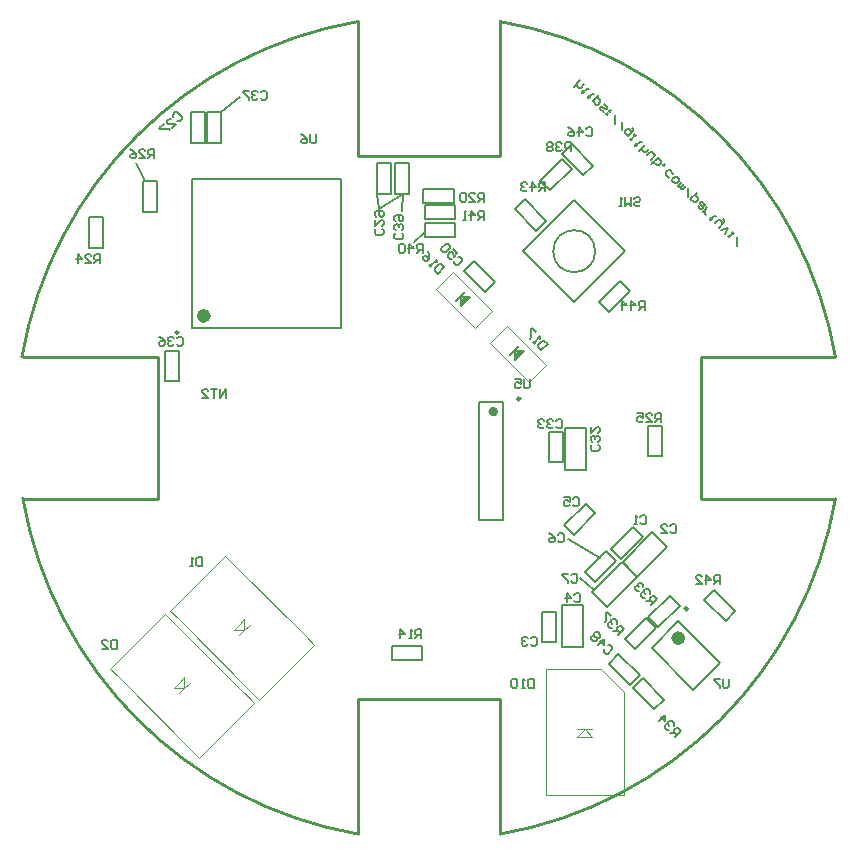
<source format=gbo>
G04 Layer_Color=32896*
%FSAX25Y25*%
%MOIN*%
G70*
G01*
G75*
%ADD41C,0.01000*%
%ADD49C,0.00400*%
%ADD71C,0.02362*%
%ADD72C,0.00984*%
%ADD74C,0.00500*%
%ADD76C,0.00787*%
%ADD78C,0.00600*%
%ADD124C,0.01575*%
G54D41*
X1844094Y0452756D02*
G03*
X1732284Y0564567I-0135433J-0023622D01*
G01*
X1685039D02*
G03*
X1572912Y0452811I0023228J-0135433D01*
G01*
X1573228Y0405512D02*
G03*
X1685039Y0293701I0135433J0023622D01*
G01*
X1732284D02*
G03*
X1844094Y0405512I-0023622J0135433D01*
G01*
X1732284Y0519685D02*
Y0564567D01*
X1685039Y0519685D02*
X1732284D01*
X1685039D02*
Y0564567D01*
Y0293701D02*
Y0338583D01*
X1732284D01*
Y0293701D02*
Y0338583D01*
X1799213Y0405512D02*
X1844094D01*
X1799213D02*
Y0452756D01*
X1844094D01*
X1573228Y0452756D02*
X1618110D01*
Y0405512D02*
Y0452756D01*
X1573228Y0405512D02*
X1618110D01*
G54D49*
X1747508Y0348626D02*
X1765874D01*
X1773492Y0341008D01*
Y0307303D02*
Y0341008D01*
Y0306626D02*
Y0311126D01*
X1747508Y0306626D02*
X1773492D01*
X1747508D02*
Y0347559D01*
Y0344126D02*
Y0348626D01*
X1758000Y0326126D02*
X1760500Y0326126D01*
X1758000Y0326126D02*
X1760500Y0328626D01*
X1758000D02*
X1760500D01*
Y0326126D02*
X1763000Y0326126D01*
X1760500Y0328626D02*
X1763000Y0326126D01*
X1760500Y0328626D02*
X1763000D01*
X1602334Y0348781D02*
X1605516Y0345599D01*
X1602334Y0348781D02*
X1620708Y0367154D01*
X1649652Y0338210D01*
X1602813Y0348302D02*
X1632032Y0319082D01*
X1650406Y0337456D01*
X1647224Y0340638D02*
X1650406Y0337456D01*
X1625309Y0344179D02*
X1627077Y0345947D01*
Y0342411D02*
Y0345947D01*
Y0342411D02*
X1628845Y0344179D01*
X1623541Y0342411D02*
X1625309Y0344179D01*
X1623541Y0342411D02*
X1627077D01*
X1625309Y0340643D02*
X1627077Y0342411D01*
X1716585Y0481071D02*
X1729738Y0467919D01*
X1724081Y0462262D02*
X1729738Y0467919D01*
X1710929Y0475415D02*
X1724081Y0462262D01*
X1710929Y0475415D02*
X1716585Y0481071D01*
X1734585Y0463071D02*
X1747738Y0449919D01*
X1742081Y0444262D02*
X1747738Y0449919D01*
X1728929Y0457415D02*
X1742081Y0444262D01*
X1728929Y0457415D02*
X1734585Y0463071D01*
X1622343Y0368141D02*
X1625525Y0364960D01*
X1622343Y0368141D02*
X1640717Y0386515D01*
X1669661Y0357571D01*
X1622822Y0367663D02*
X1652042Y0338443D01*
X1670415Y0356817D01*
X1667233Y0359999D02*
X1670415Y0356817D01*
X1645319Y0363540D02*
X1647086Y0365307D01*
Y0361772D02*
Y0365307D01*
Y0361772D02*
X1648854Y0363540D01*
X1643551Y0361772D02*
X1645319Y0363540D01*
X1643551Y0361772D02*
X1647086D01*
X1645319Y0360004D02*
X1647086Y0361772D01*
G54D71*
X1792887Y0359060D02*
G03*
X1792887Y0359060I-0001181J0000000D01*
G01*
X1634708Y0466427D02*
G03*
X1634708Y0466427I-0001181J0000000D01*
G01*
G54D72*
X1794829Y0368817D02*
G03*
X1794829Y0368817I-0000492J0000000D01*
G01*
X1625063Y0460915D02*
G03*
X1625063Y0460915I-0000492J0000000D01*
G01*
X1738996Y0438846D02*
G03*
X1738996Y0438846I-0000492J0000000D01*
G01*
G54D74*
X1781700Y0419700D02*
X1786300D01*
X1781700Y0429800D02*
X1786300D01*
X1781700Y0419700D02*
Y0429800D01*
X1786300Y0419700D02*
Y0429800D01*
X1748700Y0417700D02*
Y0427800D01*
X1753300D02*
X1753300Y0417700D01*
X1748700D02*
X1753300D01*
X1748700Y0427800D02*
X1753300D01*
X1754000Y0415000D02*
X1761000Y0415000D01*
X1754000Y0429000D02*
X1761000Y0429000D01*
X1754000Y0415000D02*
Y0429000D01*
X1761000Y0415000D02*
Y0429000D01*
X1753685Y0396702D02*
X1760827Y0403843D01*
X1756938Y0393449D02*
X1764079Y0400591D01*
X1753685Y0396702D02*
X1756938Y0393449D01*
X1760827Y0403843D02*
X1764079Y0400591D01*
X1755000Y0392000D02*
X1765500Y0385879D01*
X1769385Y0388779D02*
X1776527Y0395921D01*
X1772638Y0385527D02*
X1779780Y0392669D01*
X1769385Y0388779D02*
X1772638Y0385527D01*
X1776527Y0395921D02*
X1779780Y0392669D01*
X1760575Y0380953D02*
X1767716Y0388095D01*
X1763827Y0377701D02*
X1770969Y0384842D01*
X1760575Y0380953D02*
X1763827Y0377701D01*
X1767716Y0388095D02*
X1770969Y0384842D01*
X1753000Y0356000D02*
X1760000Y0356000D01*
X1753000Y0370000D02*
X1760000D01*
X1753000Y0356000D02*
X1753000Y0370000D01*
X1760000Y0356000D02*
X1760000Y0370000D01*
X1759000Y0379000D02*
X1763751Y0375000D01*
X1763092Y0374341D02*
X1768042Y0369391D01*
X1772991Y0384240D02*
X1777941Y0379291D01*
X1763092Y0374341D02*
X1772991Y0384240D01*
X1768042Y0369391D02*
X1777941Y0379291D01*
X1773134Y0384383D02*
X1778084Y0379433D01*
X1783033Y0394282D02*
X1787983Y0389333D01*
X1773134Y0384383D02*
X1783033Y0394282D01*
X1778084Y0379433D02*
X1787983Y0389333D01*
X1807500Y0364747D02*
X1810753Y0368000D01*
X1800358Y0371889D02*
X1803611Y0375142D01*
X1800358Y0371889D02*
X1807500Y0364747D01*
X1803611Y0375142D02*
X1810753Y0368000D01*
X1781747Y0366000D02*
X1785000Y0362747D01*
X1788889Y0373142D02*
X1792142Y0369889D01*
X1781747Y0366000D02*
X1788889Y0373142D01*
X1785000Y0362747D02*
X1792142Y0369889D01*
X1781000Y0365753D02*
X1784253Y0362500D01*
X1773858Y0358611D02*
X1777111Y0355358D01*
X1784253Y0362500D01*
X1773858Y0358611D02*
X1781000Y0365753D01*
X1783747Y0335287D02*
X1787000Y0338540D01*
X1776605Y0342429D02*
X1779858Y0345682D01*
X1776605Y0342429D02*
X1783747Y0335287D01*
X1779858Y0345682D02*
X1787000Y0338540D01*
X1771726Y0353813D02*
X1778868Y0346672D01*
X1768473Y0350561D02*
X1775615Y0343419D01*
X1768473Y0350561D02*
X1771726Y0353813D01*
X1775615Y0343419D02*
X1778868Y0346672D01*
X1746200Y0357700D02*
Y0367800D01*
X1750800Y0357700D02*
Y0367800D01*
X1746200Y0357700D02*
X1750800D01*
X1746200Y0367800D02*
X1750800D01*
X1625300Y0444700D02*
Y0454800D01*
X1620700Y0444700D02*
Y0454800D01*
X1625300D01*
X1620700Y0444700D02*
X1625300D01*
X1595200Y0499300D02*
X1599800D01*
X1595200Y0489200D02*
X1599800D01*
X1599800Y0499300D02*
X1599800Y0489200D01*
X1595200D02*
X1595200Y0499300D01*
X1611000Y0517500D02*
X1614000Y0511500D01*
X1613200Y0501200D02*
X1617800D01*
X1613200Y0511300D02*
X1617800D01*
X1613200Y0501200D02*
Y0511300D01*
X1617800Y0501200D02*
Y0511300D01*
X1639300Y0534300D02*
X1645500Y0539500D01*
X1634700Y0524200D02*
Y0534300D01*
X1639300Y0524200D02*
Y0534300D01*
X1634700Y0524200D02*
X1639300D01*
X1634700Y0534300D02*
X1639300D01*
X1633800Y0524200D02*
Y0534300D01*
X1629200Y0524200D02*
Y0534300D01*
X1633800D01*
X1629200Y0524200D02*
X1633800D01*
X1703500Y0491000D02*
X1707000Y0494000D01*
X1699500Y0501500D02*
X1700000Y0507200D01*
X1692000Y0502000D02*
X1700000Y0507200D01*
X1691200D02*
X1692000Y0502000D01*
X1697200Y0517300D02*
X1697200Y0507200D01*
X1701800D02*
Y0517300D01*
X1697200Y0507200D02*
X1701800D01*
X1697200Y0517300D02*
X1701800Y0517300D01*
X1695800Y0507200D02*
Y0517300D01*
X1691200Y0507200D02*
Y0517300D01*
X1695800D01*
X1691200Y0507200D02*
X1695800D01*
X1706700Y0504200D02*
Y0508800D01*
X1716800Y0504200D02*
Y0508800D01*
X1706700D02*
X1716800D01*
X1706700Y0504200D02*
X1716800D01*
X1717300Y0498700D02*
Y0503300D01*
X1707200Y0498700D02*
Y0503300D01*
Y0498700D02*
X1717300D01*
X1707200Y0503300D02*
X1717300D01*
Y0492700D02*
Y0497300D01*
X1707200Y0492700D02*
Y0497300D01*
Y0492700D02*
X1717300D01*
X1707200Y0497300D02*
X1717300D01*
X1720247Y0481500D02*
X1727389Y0474358D01*
X1723500Y0484753D02*
X1730642Y0477611D01*
X1727389Y0474358D02*
X1730642Y0477611D01*
X1720247Y0481500D02*
X1723500Y0484753D01*
X1772389Y0478142D02*
X1775642Y0474889D01*
X1765247Y0471000D02*
X1768500Y0467747D01*
X1775642Y0474889D01*
X1765247Y0471000D02*
X1772389Y0478142D01*
X1752858Y0520389D02*
X1760000Y0513247D01*
X1756111Y0523642D02*
X1763253Y0516500D01*
X1760000Y0513247D02*
X1763253Y0516500D01*
X1752858Y0520389D02*
X1756111Y0523642D01*
X1744389Y0494858D02*
X1747642Y0498111D01*
X1737247Y0502000D02*
X1740500Y0505253D01*
X1737247Y0502000D02*
X1744389Y0494858D01*
X1740500Y0505253D02*
X1747642Y0498111D01*
X1745747Y0511500D02*
X1749000Y0508247D01*
X1752889Y0518642D02*
X1756142Y0515389D01*
X1745747Y0511500D02*
X1752889Y0518642D01*
X1749000Y0508247D02*
X1756142Y0515389D01*
X1696255Y0351700D02*
Y0356300D01*
X1706355Y0351700D02*
Y0356300D01*
X1696255Y0356300D02*
X1706355Y0356300D01*
X1696255Y0351700D02*
X1706355D01*
X1789001Y0396499D02*
X1789500Y0396999D01*
X1790500D01*
X1791000Y0396499D01*
Y0394500D01*
X1790500Y0394000D01*
X1789500D01*
X1789001Y0394500D01*
X1786002Y0394000D02*
X1788001D01*
X1786002Y0395999D01*
Y0396499D01*
X1786502Y0396999D01*
X1787501D01*
X1788001Y0396499D01*
X1757001Y0373499D02*
X1757500Y0373999D01*
X1758500D01*
X1759000Y0373499D01*
Y0371500D01*
X1758500Y0371000D01*
X1757500D01*
X1757001Y0371500D01*
X1754502Y0371000D02*
Y0373999D01*
X1756001Y0372499D01*
X1754002D01*
X1756001Y0379999D02*
X1756500Y0380499D01*
X1757500D01*
X1758000Y0379999D01*
Y0378000D01*
X1757500Y0377500D01*
X1756500D01*
X1756001Y0378000D01*
X1755001Y0380499D02*
X1753002D01*
Y0379999D01*
X1755001Y0378000D01*
Y0377500D01*
X1623319Y0532853D02*
X1623319Y0533560D01*
X1624026Y0534267D01*
X1624733D01*
X1626147Y0532853D01*
Y0532147D01*
X1625440Y0531440D01*
X1624733Y0531440D01*
X1622966Y0528966D02*
X1624379Y0530379D01*
X1621552D01*
X1621198Y0530733D01*
X1621198Y0531440D01*
X1621905Y0532147D01*
X1622612D01*
X1620138Y0530379D02*
X1618724Y0528966D01*
X1619078Y0528612D01*
X1621905D01*
X1622259Y0528259D01*
X1692999Y0495499D02*
X1693499Y0495000D01*
Y0494000D01*
X1692999Y0493500D01*
X1691000D01*
X1690500Y0494000D01*
Y0495000D01*
X1691000Y0495499D01*
X1690500Y0498498D02*
Y0496499D01*
X1692499Y0498498D01*
X1692999D01*
X1693499Y0497999D01*
Y0496999D01*
X1692999Y0496499D01*
X1691000Y0499498D02*
X1690500Y0499998D01*
Y0500998D01*
X1691000Y0501497D01*
X1692999D01*
X1693499Y0500998D01*
Y0499998D01*
X1692999Y0499498D01*
X1692499D01*
X1691999Y0499998D01*
Y0501497D01*
X1764999Y0423499D02*
X1765499Y0422999D01*
Y0422000D01*
X1764999Y0421500D01*
X1763000D01*
X1762500Y0422000D01*
Y0422999D01*
X1763000Y0423499D01*
X1764999Y0424499D02*
X1765499Y0424999D01*
Y0425998D01*
X1764999Y0426498D01*
X1764499D01*
X1764000Y0425998D01*
Y0425499D01*
Y0425998D01*
X1763500Y0426498D01*
X1763000D01*
X1762500Y0425998D01*
Y0424999D01*
X1763000Y0424499D01*
X1762500Y0429497D02*
Y0427498D01*
X1764499Y0429497D01*
X1764999D01*
X1765499Y0428998D01*
Y0427998D01*
X1764999Y0427498D01*
X1768353Y0356681D02*
X1769060Y0356681D01*
X1769767Y0355974D01*
Y0355267D01*
X1768353Y0353853D01*
X1767647D01*
X1766940Y0354560D01*
X1766940Y0355267D01*
X1764819Y0356681D02*
X1766940Y0358802D01*
X1766940Y0356681D01*
X1765526Y0358095D01*
Y0359508D02*
Y0360215D01*
X1764819Y0360922D01*
X1764112D01*
X1763759Y0360569D01*
Y0359862D01*
X1763052Y0359862D01*
X1762698Y0359508D01*
X1762698Y0358802D01*
X1763405Y0358095D01*
X1764112D01*
X1764466Y0358448D01*
Y0359155D01*
X1765173Y0359155D01*
X1765526Y0359508D01*
X1764466Y0359155D02*
X1763759Y0359862D01*
X1633000Y0385999D02*
Y0383000D01*
X1631500D01*
X1631001Y0383500D01*
Y0385499D01*
X1631500Y0385999D01*
X1633000D01*
X1630001Y0383000D02*
X1629001D01*
X1629501D01*
Y0385999D01*
X1630001Y0385499D01*
X1604500Y0358499D02*
Y0355500D01*
X1603000D01*
X1602501Y0356000D01*
Y0357999D01*
X1603000Y0358499D01*
X1604500D01*
X1599502Y0355500D02*
X1601501D01*
X1599502Y0357499D01*
Y0357999D01*
X1600001Y0358499D01*
X1601001D01*
X1601501Y0357999D01*
X1743500Y0345499D02*
Y0342500D01*
X1742001D01*
X1741501Y0343000D01*
Y0344999D01*
X1742001Y0345499D01*
X1743500D01*
X1740501Y0342500D02*
X1739501D01*
X1740001D01*
Y0345499D01*
X1740501Y0344999D01*
X1738002D02*
X1737502Y0345499D01*
X1736502D01*
X1736002Y0344999D01*
Y0343000D01*
X1736502Y0342500D01*
X1737502D01*
X1738002Y0343000D01*
Y0344999D01*
X1713621Y0482621D02*
X1711500Y0480500D01*
X1710440Y0481560D01*
X1710440Y0482267D01*
X1711853Y0483681D01*
X1712560Y0483681D01*
X1713621Y0482621D01*
X1709379D02*
X1708673Y0483327D01*
X1709026Y0482974D01*
X1711147Y0485095D01*
Y0484388D01*
X1708319Y0487922D02*
X1708673Y0486862D01*
Y0485448D01*
X1707966Y0484741D01*
X1707259D01*
X1706552Y0485448D01*
X1706552Y0486155D01*
X1706905Y0486509D01*
X1707612Y0486509D01*
X1708673Y0485448D01*
X1748121Y0457121D02*
X1746000Y0455000D01*
X1744940Y0456060D01*
X1744940Y0456767D01*
X1746353Y0458181D01*
X1747060Y0458181D01*
X1748121Y0457121D01*
X1743879D02*
X1743172Y0457828D01*
X1743526Y0457474D01*
X1745647Y0459595D01*
Y0458888D01*
X1744233Y0461009D02*
X1742819Y0462422D01*
X1742466Y0462069D01*
Y0459241D01*
X1742112Y0458888D01*
X1706100Y0359000D02*
Y0361999D01*
X1704601D01*
X1704101Y0361499D01*
Y0360500D01*
X1704601Y0360000D01*
X1706100D01*
X1705100D02*
X1704101Y0359000D01*
X1703101D02*
X1702101D01*
X1702601D01*
Y0361999D01*
X1703101Y0361499D01*
X1699102Y0359000D02*
Y0361999D01*
X1700602Y0360500D01*
X1698602D01*
X1727000Y0504500D02*
Y0507499D01*
X1725500D01*
X1725001Y0506999D01*
Y0506000D01*
X1725500Y0505500D01*
X1727000D01*
X1726000D02*
X1725001Y0504500D01*
X1722002D02*
X1724001D01*
X1722002Y0506499D01*
Y0506999D01*
X1722502Y0507499D01*
X1723501D01*
X1724001Y0506999D01*
X1721002D02*
X1720502Y0507499D01*
X1719502D01*
X1719003Y0506999D01*
Y0505000D01*
X1719502Y0504500D01*
X1720502D01*
X1721002Y0505000D01*
Y0506999D01*
X1599000Y0484000D02*
Y0486999D01*
X1597501D01*
X1597001Y0486499D01*
Y0485499D01*
X1597501Y0485000D01*
X1599000D01*
X1598000D02*
X1597001Y0484000D01*
X1594002D02*
X1596001D01*
X1594002Y0485999D01*
Y0486499D01*
X1594501Y0486999D01*
X1595501D01*
X1596001Y0486499D01*
X1591502Y0484000D02*
Y0486999D01*
X1593002Y0485499D01*
X1591003D01*
X1786000Y0431000D02*
Y0433999D01*
X1784501D01*
X1784001Y0433499D01*
Y0432500D01*
X1784501Y0432000D01*
X1786000D01*
X1785000D02*
X1784001Y0431000D01*
X1781002D02*
X1783001D01*
X1781002Y0432999D01*
Y0433499D01*
X1781502Y0433999D01*
X1782501D01*
X1783001Y0433499D01*
X1778003Y0433999D02*
X1780002D01*
Y0432500D01*
X1779002Y0432999D01*
X1778502D01*
X1778003Y0432500D01*
Y0431500D01*
X1778502Y0431000D01*
X1779502D01*
X1780002Y0431500D01*
X1617000Y0519000D02*
Y0521999D01*
X1615500D01*
X1615001Y0521499D01*
Y0520500D01*
X1615500Y0520000D01*
X1617000D01*
X1616000D02*
X1615001Y0519000D01*
X1612002D02*
X1614001D01*
X1612002Y0520999D01*
Y0521499D01*
X1612501Y0521999D01*
X1613501D01*
X1614001Y0521499D01*
X1609003Y0521999D02*
X1610002Y0521499D01*
X1611002Y0520500D01*
Y0519500D01*
X1610502Y0519000D01*
X1609502D01*
X1609003Y0519500D01*
Y0520000D01*
X1609502Y0520500D01*
X1611002D01*
X1782500Y0370000D02*
X1784621Y0372121D01*
X1783560Y0373181D01*
X1782853Y0373181D01*
X1782147Y0372474D01*
X1782147Y0371767D01*
X1783207Y0370707D01*
X1782500Y0371414D02*
X1781086Y0371414D01*
X1782147Y0373888D02*
Y0374595D01*
X1781440Y0375302D01*
X1780733Y0375302D01*
X1780379Y0374948D01*
Y0374241D01*
X1780733Y0373888D01*
X1780379Y0374241D01*
X1779672Y0374241D01*
X1779319Y0373888D01*
X1779319Y0373181D01*
X1780026Y0372474D01*
X1780733D01*
X1780026Y0376009D02*
Y0376715D01*
X1779319Y0377422D01*
X1778612D01*
X1778259Y0377069D01*
Y0376362D01*
X1778612Y0376009D01*
X1778259Y0376362D01*
X1777552Y0376362D01*
X1777198Y0376009D01*
X1777198Y0375302D01*
X1777905Y0374595D01*
X1778612D01*
X1790500Y0326000D02*
X1792621Y0328121D01*
X1791560Y0329181D01*
X1790853Y0329181D01*
X1790147Y0328474D01*
X1790147Y0327767D01*
X1791207Y0326707D01*
X1790500Y0327414D02*
X1789086Y0327414D01*
X1790147Y0329888D02*
Y0330595D01*
X1789440Y0331302D01*
X1788733Y0331302D01*
X1788379Y0330948D01*
Y0330241D01*
X1788733Y0329888D01*
X1788379Y0330241D01*
X1787672Y0330241D01*
X1787319Y0329888D01*
X1787319Y0329181D01*
X1788026Y0328474D01*
X1788733D01*
X1785198Y0331302D02*
X1787319Y0333422D01*
X1787319Y0331302D01*
X1785905Y0332715D01*
X1771500Y0360000D02*
X1773621Y0362121D01*
X1772560Y0363181D01*
X1771853Y0363181D01*
X1771147Y0362474D01*
X1771147Y0361767D01*
X1772207Y0360707D01*
X1771500Y0361414D02*
X1770086Y0361414D01*
X1771147Y0363888D02*
Y0364595D01*
X1770440Y0365302D01*
X1769733Y0365302D01*
X1769379Y0364948D01*
Y0364241D01*
X1769733Y0363888D01*
X1769379Y0364241D01*
X1768673Y0364241D01*
X1768319Y0363888D01*
X1768319Y0363181D01*
X1769026Y0362474D01*
X1769733D01*
X1769379Y0366362D02*
X1767966Y0367776D01*
X1767612Y0367422D01*
Y0364595D01*
X1767259Y0364241D01*
X1755900Y0521400D02*
Y0524399D01*
X1754400D01*
X1753901Y0523899D01*
Y0522899D01*
X1754400Y0522400D01*
X1755900D01*
X1754900D02*
X1753901Y0521400D01*
X1752901Y0523899D02*
X1752401Y0524399D01*
X1751402D01*
X1750902Y0523899D01*
Y0523399D01*
X1751402Y0522899D01*
X1751901D01*
X1751402D01*
X1750902Y0522400D01*
Y0521900D01*
X1751402Y0521400D01*
X1752401D01*
X1752901Y0521900D01*
X1749902Y0523899D02*
X1749402Y0524399D01*
X1748402D01*
X1747903Y0523899D01*
Y0523399D01*
X1748402Y0522899D01*
X1747903Y0522400D01*
Y0521900D01*
X1748402Y0521400D01*
X1749402D01*
X1749902Y0521900D01*
Y0522400D01*
X1749402Y0522899D01*
X1749902Y0523399D01*
Y0523899D01*
X1749402Y0522899D02*
X1748402D01*
X1706500Y0487500D02*
Y0490499D01*
X1705000D01*
X1704501Y0489999D01*
Y0489000D01*
X1705000Y0488500D01*
X1706500D01*
X1705500D02*
X1704501Y0487500D01*
X1702002D02*
Y0490499D01*
X1703501Y0489000D01*
X1701502D01*
X1700502Y0489999D02*
X1700002Y0490499D01*
X1699002D01*
X1698503Y0489999D01*
Y0488000D01*
X1699002Y0487500D01*
X1700002D01*
X1700502Y0488000D01*
Y0489999D01*
X1727000Y0498500D02*
Y0501499D01*
X1725500D01*
X1725001Y0500999D01*
Y0500000D01*
X1725500Y0499500D01*
X1727000D01*
X1726000D02*
X1725001Y0498500D01*
X1722502D02*
Y0501499D01*
X1724001Y0500000D01*
X1722002D01*
X1721002Y0498500D02*
X1720002D01*
X1720502D01*
Y0501499D01*
X1721002Y0500999D01*
X1805500Y0377000D02*
Y0379999D01*
X1804000D01*
X1803501Y0379499D01*
Y0378500D01*
X1804000Y0378000D01*
X1805500D01*
X1804500D02*
X1803501Y0377000D01*
X1801002D02*
Y0379999D01*
X1802501Y0378500D01*
X1800502D01*
X1797503Y0377000D02*
X1799502D01*
X1797503Y0378999D01*
Y0379499D01*
X1798002Y0379999D01*
X1799002D01*
X1799502Y0379499D01*
X1747400Y0508000D02*
Y0510999D01*
X1745901D01*
X1745401Y0510499D01*
Y0509500D01*
X1745901Y0509000D01*
X1747400D01*
X1746400D02*
X1745401Y0508000D01*
X1742901D02*
Y0510999D01*
X1744401Y0509500D01*
X1742402D01*
X1741402Y0510499D02*
X1740902Y0510999D01*
X1739902D01*
X1739403Y0510499D01*
Y0509999D01*
X1739902Y0509500D01*
X1740402D01*
X1739902D01*
X1739403Y0509000D01*
Y0508500D01*
X1739902Y0508000D01*
X1740902D01*
X1741402Y0508500D01*
X1780500Y0468500D02*
Y0471499D01*
X1779000D01*
X1778501Y0470999D01*
Y0470000D01*
X1779000Y0469500D01*
X1780500D01*
X1779500D02*
X1778501Y0468500D01*
X1776002D02*
Y0471499D01*
X1777501Y0470000D01*
X1775502D01*
X1773002Y0468500D02*
Y0471499D01*
X1774502Y0470000D01*
X1772503D01*
X1777001Y0505499D02*
X1777501Y0505999D01*
X1778500D01*
X1779000Y0505499D01*
Y0504999D01*
X1778500Y0504499D01*
X1777501D01*
X1777001Y0504000D01*
Y0503500D01*
X1777501Y0503000D01*
X1778500D01*
X1779000Y0503500D01*
X1776001Y0505999D02*
Y0503000D01*
X1775001Y0504000D01*
X1774002Y0503000D01*
Y0505999D01*
X1773002Y0503000D02*
X1772002D01*
X1772502D01*
Y0505999D01*
X1773002Y0505499D01*
X1742200Y0445299D02*
Y0442800D01*
X1741700Y0442300D01*
X1740701D01*
X1740201Y0442800D01*
Y0445299D01*
X1737202D02*
X1739201D01*
Y0443799D01*
X1738201Y0444299D01*
X1737701D01*
X1737202Y0443799D01*
Y0442800D01*
X1737701Y0442300D01*
X1738701D01*
X1739201Y0442800D01*
X1808500Y0345499D02*
Y0343000D01*
X1808000Y0342500D01*
X1807001D01*
X1806501Y0343000D01*
Y0345499D01*
X1805501D02*
X1803502D01*
Y0344999D01*
X1805501Y0343000D01*
Y0342500D01*
X1779001Y0399499D02*
X1779501Y0399999D01*
X1780500D01*
X1781000Y0399499D01*
Y0397500D01*
X1780500Y0397000D01*
X1779501D01*
X1779001Y0397500D01*
X1778001Y0397000D02*
X1777001D01*
X1777501D01*
Y0399999D01*
X1778001Y0399499D01*
X1742501Y0358999D02*
X1743000Y0359499D01*
X1744000D01*
X1744500Y0358999D01*
Y0357000D01*
X1744000Y0356500D01*
X1743000D01*
X1742501Y0357000D01*
X1741501Y0358999D02*
X1741001Y0359499D01*
X1740001D01*
X1739502Y0358999D01*
Y0358499D01*
X1740001Y0357999D01*
X1740501D01*
X1740001D01*
X1739502Y0357500D01*
Y0357000D01*
X1740001Y0356500D01*
X1741001D01*
X1741501Y0357000D01*
X1756501Y0405499D02*
X1757001Y0405999D01*
X1758000D01*
X1758500Y0405499D01*
Y0403500D01*
X1758000Y0403000D01*
X1757001D01*
X1756501Y0403500D01*
X1753502Y0405999D02*
X1755501D01*
Y0404499D01*
X1754501Y0404999D01*
X1754001D01*
X1753502Y0404499D01*
Y0403500D01*
X1754001Y0403000D01*
X1755001D01*
X1755501Y0403500D01*
X1751501Y0393499D02*
X1752000Y0393999D01*
X1753000D01*
X1753500Y0393499D01*
Y0391500D01*
X1753000Y0391000D01*
X1752000D01*
X1751501Y0391500D01*
X1748502Y0393999D02*
X1749501Y0393499D01*
X1750501Y0392499D01*
Y0391500D01*
X1750001Y0391000D01*
X1749002D01*
X1748502Y0391500D01*
Y0392000D01*
X1749002Y0392499D01*
X1750501D01*
X1751001Y0431499D02*
X1751501Y0431999D01*
X1752500D01*
X1753000Y0431499D01*
Y0429500D01*
X1752500Y0429000D01*
X1751501D01*
X1751001Y0429500D01*
X1750001Y0431499D02*
X1749501Y0431999D01*
X1748502D01*
X1748002Y0431499D01*
Y0430999D01*
X1748502Y0430500D01*
X1749001D01*
X1748502D01*
X1748002Y0430000D01*
Y0429500D01*
X1748502Y0429000D01*
X1749501D01*
X1750001Y0429500D01*
X1747002Y0431499D02*
X1746502Y0431999D01*
X1745502D01*
X1745003Y0431499D01*
Y0430999D01*
X1745502Y0430500D01*
X1746002D01*
X1745502D01*
X1745003Y0430000D01*
Y0429500D01*
X1745502Y0429000D01*
X1746502D01*
X1747002Y0429500D01*
X1761001Y0528899D02*
X1761501Y0529399D01*
X1762500D01*
X1763000Y0528899D01*
Y0526900D01*
X1762500Y0526400D01*
X1761501D01*
X1761001Y0526900D01*
X1758501Y0526400D02*
Y0529399D01*
X1760001Y0527900D01*
X1758002D01*
X1755003Y0529399D02*
X1756002Y0528899D01*
X1757002Y0527900D01*
Y0526900D01*
X1756502Y0526400D01*
X1755502D01*
X1755003Y0526900D01*
Y0527400D01*
X1755502Y0527900D01*
X1757002D01*
X1718353Y0486181D02*
X1719060Y0486181D01*
X1719767Y0485474D01*
Y0484767D01*
X1718353Y0483353D01*
X1717647D01*
X1716940Y0484060D01*
X1716940Y0484767D01*
X1716586Y0488655D02*
X1718000Y0487241D01*
X1716940Y0486181D01*
X1716586Y0487241D01*
X1716233Y0487595D01*
X1715526D01*
X1714819Y0486888D01*
X1714819Y0486181D01*
X1715526Y0485474D01*
X1716233D01*
X1715526Y0489009D02*
Y0489715D01*
X1714819Y0490422D01*
X1714112D01*
X1712698Y0489009D01*
X1712698Y0488302D01*
X1713405Y0487595D01*
X1714112D01*
X1715526Y0489009D01*
X1641000Y0439000D02*
Y0441999D01*
X1639001Y0439000D01*
Y0441999D01*
X1638001D02*
X1636002D01*
X1637001D01*
Y0439000D01*
X1633003D02*
X1635002D01*
X1633003Y0440999D01*
Y0441499D01*
X1633502Y0441999D01*
X1634502D01*
X1635002Y0441499D01*
X1671000Y0526999D02*
Y0524500D01*
X1670500Y0524000D01*
X1669501D01*
X1669001Y0524500D01*
Y0526999D01*
X1666002D02*
X1667001Y0526499D01*
X1668001Y0525499D01*
Y0524500D01*
X1667501Y0524000D01*
X1666501D01*
X1666002Y0524500D01*
Y0525000D01*
X1666501Y0525499D01*
X1668001D01*
X1624501Y0458999D02*
X1625001Y0459499D01*
X1626000D01*
X1626500Y0458999D01*
Y0457000D01*
X1626000Y0456500D01*
X1625001D01*
X1624501Y0457000D01*
X1623501Y0458999D02*
X1623001Y0459499D01*
X1622001D01*
X1621502Y0458999D01*
Y0458499D01*
X1622001Y0458000D01*
X1622501D01*
X1622001D01*
X1621502Y0457500D01*
Y0457000D01*
X1622001Y0456500D01*
X1623001D01*
X1623501Y0457000D01*
X1618503Y0459499D02*
X1619502Y0458999D01*
X1620502Y0458000D01*
Y0457000D01*
X1620002Y0456500D01*
X1619002D01*
X1618503Y0457000D01*
Y0457500D01*
X1619002Y0458000D01*
X1620502D01*
X1652501Y0540999D02*
X1653000Y0541499D01*
X1654000D01*
X1654500Y0540999D01*
Y0539000D01*
X1654000Y0538500D01*
X1653000D01*
X1652501Y0539000D01*
X1651501Y0540999D02*
X1651001Y0541499D01*
X1650002D01*
X1649502Y0540999D01*
Y0540499D01*
X1650002Y0539999D01*
X1650501D01*
X1650002D01*
X1649502Y0539500D01*
Y0539000D01*
X1650002Y0538500D01*
X1651001D01*
X1651501Y0539000D01*
X1648502Y0541499D02*
X1646503D01*
Y0540999D01*
X1648502Y0539000D01*
Y0538500D01*
X1699499Y0493999D02*
X1699999Y0493500D01*
Y0492500D01*
X1699499Y0492000D01*
X1697500D01*
X1697000Y0492500D01*
Y0493500D01*
X1697500Y0493999D01*
X1699499Y0494999D02*
X1699999Y0495499D01*
Y0496498D01*
X1699499Y0496998D01*
X1698999D01*
X1698499Y0496498D01*
Y0495999D01*
Y0496498D01*
X1698000Y0496998D01*
X1697500D01*
X1697000Y0496498D01*
Y0495499D01*
X1697500Y0494999D01*
Y0497998D02*
X1697000Y0498498D01*
Y0499498D01*
X1697500Y0499997D01*
X1699499D01*
X1699999Y0499498D01*
Y0498498D01*
X1699499Y0497998D01*
X1698999D01*
X1698499Y0498498D01*
Y0499997D01*
X1756879Y0542879D02*
X1759000Y0545000D01*
X1757940Y0543940D01*
X1757940Y0543233D01*
X1758647Y0542526D01*
X1759353D01*
X1760414Y0543586D01*
X1759707Y0540759D02*
X1760060Y0541112D01*
X1759707Y0541466D01*
X1760414Y0540759D01*
X1760060Y0541112D01*
X1761121Y0542172D01*
X1761827D01*
X1761474Y0538991D02*
X1761827Y0539345D01*
X1761474Y0539698D01*
X1762181Y0538991D01*
X1761827Y0539345D01*
X1762888Y0540405D01*
X1763595D01*
X1765362Y0540052D02*
X1763241Y0537931D01*
X1764302Y0536871D01*
X1765009D01*
X1765715Y0537578D01*
Y0538285D01*
X1764655Y0539345D01*
X1766776Y0537224D02*
X1767836Y0536164D01*
X1767836Y0535457D01*
X1767129Y0535457D01*
X1766422Y0536164D01*
X1765715D01*
Y0535457D01*
X1766776Y0534397D01*
X1767483Y0533690D02*
X1767836Y0533336D01*
X1768189Y0533690D01*
X1767836Y0534043D01*
X1767483Y0533690D01*
X1768543Y0534750D02*
X1768896Y0534397D01*
X1769250Y0534750D01*
X1768896Y0535104D01*
X1768543Y0534750D01*
X1770663Y0533336D02*
Y0530509D01*
X1772784Y0531216D02*
Y0528388D01*
X1776319Y0529095D02*
X1776672Y0528742D01*
X1776672Y0528035D01*
X1774905Y0526268D01*
X1773844Y0527328D01*
X1773844Y0528035D01*
X1774551Y0528742D01*
X1775258D01*
X1776319Y0527681D01*
X1777025Y0526975D02*
X1777732Y0526268D01*
X1777379Y0526621D01*
X1775965Y0525207D01*
X1775612Y0525561D01*
X1777379Y0523087D02*
X1777732Y0523440D01*
X1777379Y0523794D01*
X1778086Y0523087D01*
X1777732Y0523440D01*
X1778793Y0524501D01*
X1779499D01*
X1778439Y0521320D02*
X1780560Y0523440D01*
X1779499Y0522380D01*
Y0521673D01*
X1780206Y0520966D01*
X1780913D01*
X1781973Y0522026D01*
X1781267Y0519906D02*
X1782327Y0520966D01*
X1783034D01*
X1784094Y0519906D01*
X1782680Y0518492D01*
Y0517078D02*
X1784801Y0519199D01*
X1785861Y0518139D01*
X1785861Y0517432D01*
X1785508Y0517078D01*
X1785155Y0516725D01*
X1784448D01*
X1783387Y0517785D01*
X1786922Y0517078D02*
X1786568Y0516725D01*
X1786922Y0516371D01*
X1787275Y0516725D01*
X1786922Y0517078D01*
X1788689Y0512484D02*
X1787629Y0513544D01*
X1787629Y0514251D01*
X1788335Y0514958D01*
X1789042D01*
X1790103Y0513897D01*
X1791163Y0512837D02*
X1791870Y0512130D01*
X1791870Y0511423D01*
X1791163Y0510716D01*
X1790456D01*
X1789749Y0511423D01*
X1789749Y0512130D01*
X1790456Y0512837D01*
X1791163D01*
X1792930Y0511070D02*
X1791516Y0509656D01*
X1791870Y0509303D01*
X1792577Y0509303D01*
X1793637Y0510363D01*
X1792577Y0509303D01*
X1792577Y0508596D01*
X1793284D01*
X1794344Y0509656D01*
X1795051Y0508949D02*
Y0506122D01*
X1797878Y0507536D02*
X1795758Y0505415D01*
X1796818Y0504354D01*
X1797525D01*
X1798232Y0505061D01*
Y0505768D01*
X1797171Y0506829D01*
X1798232Y0502941D02*
X1798939Y0502234D01*
X1799645D01*
X1800706Y0503294D01*
X1799645Y0504354D01*
X1798939D01*
Y0503648D01*
X1799999Y0502587D01*
X1799999Y0501174D02*
X1801413Y0502587D01*
X1800706Y0501880D01*
Y0501174D01*
X1800706Y0500467D01*
X1801059Y0500113D01*
X1802120Y0498346D02*
X1802473Y0498700D01*
X1802120Y0499053D01*
X1802826Y0498346D01*
X1802473Y0498700D01*
X1803533Y0499760D01*
X1804240D01*
X1803887Y0497286D02*
X1804947Y0498346D01*
X1805654D01*
X1806714Y0497286D01*
X1807068Y0497639D01*
X1807068Y0498346D01*
X1806714Y0498700D01*
X1806714Y0497286D02*
X1805301Y0495872D01*
X1806007Y0495165D02*
X1808128Y0495872D01*
X1807421Y0493751D01*
X1809542Y0494458D02*
X1810249Y0493751D01*
X1809895Y0494105D01*
X1808481Y0492691D01*
X1808128Y0493045D01*
X1811309Y0492691D02*
Y0489863D01*
G54D76*
X1791706Y0364628D02*
X1805626Y0350708D01*
X1782798Y0355719D02*
X1796717Y0341800D01*
X1782798Y0355719D02*
X1791706Y0364628D01*
X1796717Y0341800D02*
X1805626Y0350708D01*
X1629590Y0462490D02*
Y0512096D01*
X1679197Y0462490D02*
Y0512096D01*
X1629590Y0462490D02*
X1679197D01*
X1629590Y0512096D02*
X1679197D01*
X1719609Y0471556D02*
X1720444Y0472391D01*
X1719330Y0469886D02*
Y0472670D01*
X1722114D01*
X1719330Y0469886D02*
X1722114Y0472670D01*
X1719609Y0470721D02*
X1721279Y0472391D01*
X1717660Y0471556D02*
X1720444Y0474340D01*
X1737609Y0453556D02*
X1738444Y0454391D01*
X1737330Y0451886D02*
Y0454670D01*
X1740114D01*
X1737330Y0451886D02*
X1740114Y0454670D01*
X1737609Y0452721D02*
X1739279Y0454391D01*
X1735660Y0453556D02*
X1738444Y0456340D01*
X1733189Y0398315D02*
Y0437685D01*
X1725315Y0398315D02*
Y0437685D01*
X1733189D01*
X1725315Y0398315D02*
X1733189D01*
G54D78*
X1764000Y0488000D02*
G03*
X1764000Y0488000I-0007000J0000000D01*
G01*
X1740029D02*
X1757000Y0504971D01*
X1773971Y0488000D01*
X1757000Y0471029D02*
X1773971Y0488000D01*
X1740029D02*
X1757000Y0471029D01*
G54D124*
X1730827Y0434535D02*
G03*
X1730827Y0434535I-0000787J0000000D01*
G01*
M02*

</source>
